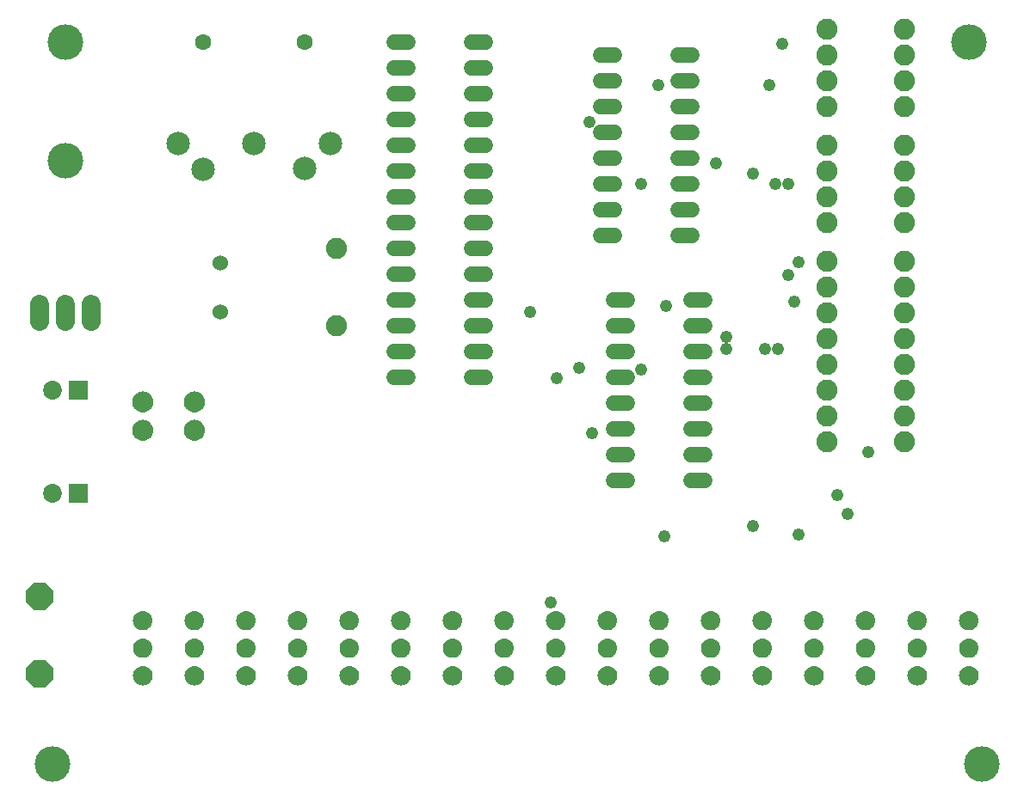
<source format=gbs>
G75*
G70*
%OFA0B0*%
%FSLAX24Y24*%
%IPPOS*%
%LPD*%
%AMOC8*
5,1,8,0,0,1.08239X$1,22.5*
%
%ADD10C,0.0907*%
%ADD11C,0.0631*%
%ADD12C,0.0600*%
%ADD13C,0.1380*%
%ADD14C,0.0820*%
%ADD15OC8,0.1080*%
%ADD16C,0.0050*%
%ADD17C,0.0740*%
%ADD18R,0.0730X0.0730*%
%ADD19C,0.0730*%
%ADD20C,0.0600*%
%ADD21C,0.0480*%
D10*
X008546Y024687D03*
X007573Y025683D03*
X010518Y025680D03*
X012483Y024691D03*
X013483Y025683D03*
D11*
X012479Y029613D03*
X008546Y029613D03*
D12*
X015939Y029601D02*
X016459Y029601D01*
X016459Y028601D02*
X015939Y028601D01*
X015939Y027601D02*
X016459Y027601D01*
X016459Y026601D02*
X015939Y026601D01*
X015939Y025601D02*
X016459Y025601D01*
X016459Y024601D02*
X015939Y024601D01*
X015939Y023601D02*
X016459Y023601D01*
X016459Y022601D02*
X015939Y022601D01*
X015939Y021601D02*
X016459Y021601D01*
X016459Y020601D02*
X015939Y020601D01*
X015939Y019601D02*
X016459Y019601D01*
X016459Y018601D02*
X015939Y018601D01*
X015939Y017601D02*
X016459Y017601D01*
X016459Y016601D02*
X015939Y016601D01*
X018939Y016601D02*
X019459Y016601D01*
X019459Y017601D02*
X018939Y017601D01*
X018939Y018601D02*
X019459Y018601D01*
X019459Y019601D02*
X018939Y019601D01*
X018939Y020601D02*
X019459Y020601D01*
X019459Y021601D02*
X018939Y021601D01*
X018939Y022601D02*
X019459Y022601D01*
X019459Y023601D02*
X018939Y023601D01*
X018939Y024601D02*
X019459Y024601D01*
X019459Y025601D02*
X018939Y025601D01*
X018939Y026601D02*
X019459Y026601D01*
X019459Y027601D02*
X018939Y027601D01*
X018939Y028601D02*
X019459Y028601D01*
X019459Y029601D02*
X018939Y029601D01*
X023939Y029101D02*
X024459Y029101D01*
X024459Y028101D02*
X023939Y028101D01*
X023939Y027101D02*
X024459Y027101D01*
X024459Y026101D02*
X023939Y026101D01*
X023939Y025101D02*
X024459Y025101D01*
X024459Y024101D02*
X023939Y024101D01*
X023939Y023101D02*
X024459Y023101D01*
X024459Y022101D02*
X023939Y022101D01*
X026939Y022101D02*
X027459Y022101D01*
X027459Y023101D02*
X026939Y023101D01*
X026939Y024101D02*
X027459Y024101D01*
X027459Y025101D02*
X026939Y025101D01*
X026939Y026101D02*
X027459Y026101D01*
X027459Y027101D02*
X026939Y027101D01*
X026939Y028101D02*
X027459Y028101D01*
X027459Y029101D02*
X026939Y029101D01*
X027439Y019601D02*
X027959Y019601D01*
X027959Y018601D02*
X027439Y018601D01*
X027439Y017601D02*
X027959Y017601D01*
X027959Y016601D02*
X027439Y016601D01*
X027439Y015601D02*
X027959Y015601D01*
X027959Y014601D02*
X027439Y014601D01*
X027439Y013601D02*
X027959Y013601D01*
X027959Y012601D02*
X027439Y012601D01*
X024959Y012601D02*
X024439Y012601D01*
X024439Y013601D02*
X024959Y013601D01*
X024959Y014601D02*
X024439Y014601D01*
X024439Y015601D02*
X024959Y015601D01*
X024959Y016601D02*
X024439Y016601D01*
X024439Y017601D02*
X024959Y017601D01*
X024959Y018601D02*
X024439Y018601D01*
X024439Y019601D02*
X024959Y019601D01*
D13*
X002699Y001601D03*
X003199Y025001D03*
X003199Y029601D03*
X038199Y029601D03*
X038699Y001601D03*
D14*
X035699Y014101D03*
X035699Y015101D03*
X035699Y016101D03*
X035699Y017101D03*
X035699Y018101D03*
X035699Y019101D03*
X035699Y020101D03*
X035699Y021101D03*
X035699Y022601D03*
X035699Y023601D03*
X035699Y024601D03*
X035699Y025601D03*
X035699Y027101D03*
X035699Y028101D03*
X035699Y029101D03*
X035699Y030101D03*
X032699Y030101D03*
X032699Y029101D03*
X032699Y028101D03*
X032699Y027101D03*
X032699Y025601D03*
X032699Y024601D03*
X032699Y023601D03*
X032699Y022601D03*
X032699Y021101D03*
X032699Y020101D03*
X032699Y019101D03*
X032699Y018101D03*
X032699Y017101D03*
X032699Y016101D03*
X032699Y015101D03*
X032699Y014101D03*
X013699Y018601D03*
X013699Y021601D03*
D15*
X002199Y008101D03*
X002199Y005101D03*
D16*
X005853Y005021D02*
X005861Y004955D01*
X006539Y004955D01*
X006539Y004954D02*
X006518Y004890D01*
X006485Y004832D01*
X006441Y004780D01*
X006389Y004739D01*
X006329Y004708D01*
X006264Y004690D01*
X006197Y004685D01*
X006131Y004691D01*
X006067Y004709D01*
X006008Y004740D01*
X005956Y004782D01*
X005913Y004833D01*
X005881Y004891D01*
X005861Y004955D01*
X005855Y005004D02*
X006544Y005004D01*
X006546Y005021D02*
X006539Y004954D01*
X006523Y004907D02*
X005876Y004907D01*
X005899Y004858D02*
X006500Y004858D01*
X006466Y004809D02*
X005932Y004809D01*
X005981Y004761D02*
X006417Y004761D01*
X006337Y004712D02*
X006061Y004712D01*
X005853Y005021D02*
X005860Y005090D01*
X005879Y005157D01*
X005911Y005218D01*
X005955Y005272D01*
X006008Y005317D01*
X006069Y005350D01*
X006135Y005370D01*
X006204Y005378D01*
X006272Y005370D01*
X006338Y005348D01*
X006397Y005315D01*
X006449Y005270D01*
X006492Y005216D01*
X006523Y005155D01*
X006541Y005089D01*
X006546Y005021D01*
X006544Y005052D02*
X005856Y005052D01*
X005863Y005101D02*
X006538Y005101D01*
X006524Y005149D02*
X005877Y005149D01*
X005901Y005198D02*
X006501Y005198D01*
X006468Y005246D02*
X005934Y005246D01*
X005982Y005295D02*
X006420Y005295D01*
X006346Y005343D02*
X006058Y005343D01*
X006129Y005763D02*
X006066Y005782D01*
X006007Y005812D01*
X005955Y005854D01*
X005913Y005905D01*
X005881Y005963D01*
X005861Y006027D01*
X005854Y006093D01*
X005861Y006162D01*
X005881Y006228D01*
X005913Y006289D01*
X005957Y006343D01*
X006010Y006387D01*
X006071Y006419D01*
X006137Y006440D01*
X006205Y006447D01*
X006272Y006439D01*
X006336Y006419D01*
X006395Y006386D01*
X006447Y006342D01*
X006489Y006290D01*
X006519Y006230D01*
X006538Y006165D01*
X006543Y006098D01*
X006536Y006031D01*
X006516Y005966D01*
X006483Y005907D01*
X006440Y005855D01*
X006387Y005813D01*
X006327Y005782D01*
X006263Y005763D01*
X006195Y005757D01*
X006129Y005763D01*
X006070Y005780D02*
X006323Y005780D01*
X006407Y005829D02*
X005987Y005829D01*
X005936Y005877D02*
X006459Y005877D01*
X006494Y005926D02*
X005901Y005926D01*
X005878Y005975D02*
X006519Y005975D01*
X006534Y006023D02*
X005863Y006023D01*
X005857Y006072D02*
X006541Y006072D01*
X006542Y006120D02*
X005857Y006120D01*
X005863Y006169D02*
X006537Y006169D01*
X006523Y006217D02*
X005877Y006217D01*
X005901Y006266D02*
X006501Y006266D01*
X006469Y006314D02*
X005934Y006314D01*
X005981Y006363D02*
X006422Y006363D01*
X006349Y006411D02*
X006056Y006411D01*
X006126Y006832D02*
X006063Y006851D01*
X006004Y006882D01*
X005953Y006924D01*
X005911Y006975D01*
X005879Y007034D01*
X005860Y007097D01*
X005853Y007163D01*
X005859Y007231D01*
X005879Y007296D01*
X005910Y007357D01*
X005953Y007410D01*
X006005Y007454D01*
X006065Y007487D01*
X006130Y007507D01*
X006198Y007515D01*
X006266Y007507D01*
X006331Y007487D01*
X006391Y007454D01*
X006444Y007410D01*
X006487Y007357D01*
X006518Y007296D01*
X006537Y007231D01*
X006543Y007163D01*
X006535Y007096D01*
X006515Y007032D01*
X006482Y006973D01*
X006438Y006922D01*
X006385Y006880D01*
X006325Y006849D01*
X006260Y006831D01*
X006192Y006826D01*
X006126Y006832D01*
X006072Y006848D02*
X006321Y006848D01*
X006406Y006897D02*
X005986Y006897D01*
X005935Y006945D02*
X006458Y006945D01*
X006493Y006994D02*
X005901Y006994D01*
X005877Y007042D02*
X006518Y007042D01*
X006534Y007091D02*
X005862Y007091D01*
X005856Y007140D02*
X006541Y007140D01*
X006541Y007188D02*
X005856Y007188D01*
X005861Y007237D02*
X006536Y007237D01*
X006521Y007285D02*
X005875Y007285D01*
X005898Y007334D02*
X006499Y007334D01*
X006466Y007382D02*
X005931Y007382D01*
X005978Y007431D02*
X006419Y007431D01*
X006345Y007479D02*
X006052Y007479D01*
X007859Y007231D02*
X007853Y007163D01*
X007860Y007097D01*
X007879Y007034D01*
X007911Y006975D01*
X007953Y006924D01*
X008004Y006882D01*
X008063Y006851D01*
X008126Y006832D01*
X008192Y006826D01*
X008260Y006831D01*
X008325Y006849D01*
X008385Y006880D01*
X008438Y006922D01*
X008482Y006973D01*
X008515Y007032D01*
X008535Y007096D01*
X008543Y007163D01*
X008537Y007231D01*
X008518Y007296D01*
X008487Y007357D01*
X008444Y007410D01*
X008391Y007454D01*
X008331Y007487D01*
X008266Y007507D01*
X008198Y007515D01*
X008130Y007507D01*
X008065Y007487D01*
X008005Y007454D01*
X007953Y007410D01*
X007910Y007357D01*
X007879Y007296D01*
X007859Y007231D01*
X007861Y007237D02*
X008536Y007237D01*
X008541Y007188D02*
X007856Y007188D01*
X007856Y007140D02*
X008541Y007140D01*
X008534Y007091D02*
X007862Y007091D01*
X007877Y007042D02*
X008518Y007042D01*
X008493Y006994D02*
X007901Y006994D01*
X007935Y006945D02*
X008458Y006945D01*
X008406Y006897D02*
X007986Y006897D01*
X008072Y006848D02*
X008321Y006848D01*
X008272Y006439D02*
X008336Y006419D01*
X008395Y006386D01*
X008447Y006342D01*
X008489Y006290D01*
X008519Y006230D01*
X008538Y006165D01*
X008543Y006098D01*
X008536Y006031D01*
X008516Y005966D01*
X008483Y005907D01*
X008440Y005855D01*
X008387Y005813D01*
X008327Y005782D01*
X008263Y005763D01*
X008195Y005757D01*
X008129Y005763D01*
X008066Y005782D01*
X008007Y005812D01*
X007955Y005854D01*
X007913Y005905D01*
X007881Y005963D01*
X007861Y006027D01*
X007854Y006093D01*
X007861Y006162D01*
X007881Y006228D01*
X007913Y006289D01*
X007957Y006343D01*
X008010Y006387D01*
X008071Y006419D01*
X008137Y006440D01*
X008205Y006447D01*
X008272Y006439D01*
X008349Y006411D02*
X008056Y006411D01*
X007981Y006363D02*
X008422Y006363D01*
X008469Y006314D02*
X007934Y006314D01*
X007901Y006266D02*
X008501Y006266D01*
X008523Y006217D02*
X007877Y006217D01*
X007863Y006169D02*
X008537Y006169D01*
X008542Y006120D02*
X007857Y006120D01*
X007857Y006072D02*
X008541Y006072D01*
X008534Y006023D02*
X007863Y006023D01*
X007878Y005975D02*
X008519Y005975D01*
X008494Y005926D02*
X007901Y005926D01*
X007936Y005877D02*
X008459Y005877D01*
X008407Y005829D02*
X007987Y005829D01*
X008070Y005780D02*
X008323Y005780D01*
X008272Y005370D02*
X008338Y005348D01*
X008397Y005315D01*
X008449Y005270D01*
X008492Y005216D01*
X008523Y005155D01*
X008541Y005089D01*
X008546Y005021D01*
X008539Y004954D01*
X008518Y004890D01*
X008485Y004832D01*
X008441Y004780D01*
X008389Y004739D01*
X008329Y004708D01*
X008264Y004690D01*
X008197Y004685D01*
X008131Y004691D01*
X008067Y004709D01*
X008008Y004740D01*
X007956Y004782D01*
X007913Y004833D01*
X007881Y004891D01*
X007861Y004955D01*
X008539Y004955D01*
X008544Y005004D02*
X007855Y005004D01*
X007853Y005021D02*
X007860Y005090D01*
X007879Y005157D01*
X007911Y005218D01*
X007955Y005272D01*
X008008Y005317D01*
X008069Y005350D01*
X008135Y005370D01*
X008204Y005378D01*
X008272Y005370D01*
X008346Y005343D02*
X008058Y005343D01*
X007982Y005295D02*
X008420Y005295D01*
X008468Y005246D02*
X007934Y005246D01*
X007901Y005198D02*
X008501Y005198D01*
X008524Y005149D02*
X007877Y005149D01*
X007863Y005101D02*
X008538Y005101D01*
X008544Y005052D02*
X007856Y005052D01*
X007853Y005021D02*
X007861Y004955D01*
X007876Y004907D02*
X008523Y004907D01*
X008500Y004858D02*
X007899Y004858D01*
X007932Y004809D02*
X008466Y004809D01*
X008417Y004761D02*
X007981Y004761D01*
X008061Y004712D02*
X008337Y004712D01*
X009861Y004955D02*
X009853Y005021D01*
X009860Y005090D01*
X009879Y005157D01*
X009911Y005218D01*
X009955Y005272D01*
X010008Y005317D01*
X010069Y005350D01*
X010135Y005370D01*
X010204Y005378D01*
X010272Y005370D01*
X010338Y005348D01*
X010397Y005315D01*
X010449Y005270D01*
X010492Y005216D01*
X010523Y005155D01*
X010541Y005089D01*
X010546Y005021D01*
X010539Y004954D01*
X010518Y004890D01*
X010485Y004832D01*
X010441Y004780D01*
X010389Y004739D01*
X010329Y004708D01*
X010264Y004690D01*
X010197Y004685D01*
X010131Y004691D01*
X010067Y004709D01*
X010008Y004740D01*
X009956Y004782D01*
X009913Y004833D01*
X009881Y004891D01*
X009861Y004955D01*
X010539Y004955D01*
X010544Y005004D02*
X009855Y005004D01*
X009856Y005052D02*
X010544Y005052D01*
X010538Y005101D02*
X009863Y005101D01*
X009877Y005149D02*
X010524Y005149D01*
X010501Y005198D02*
X009901Y005198D01*
X009934Y005246D02*
X010468Y005246D01*
X010420Y005295D02*
X009982Y005295D01*
X010058Y005343D02*
X010346Y005343D01*
X010263Y005763D02*
X010195Y005757D01*
X010129Y005763D01*
X010066Y005782D01*
X010007Y005812D01*
X009955Y005854D01*
X009913Y005905D01*
X009881Y005963D01*
X009861Y006027D01*
X009854Y006093D01*
X009861Y006162D01*
X009881Y006228D01*
X009913Y006289D01*
X009957Y006343D01*
X010010Y006387D01*
X010071Y006419D01*
X010137Y006440D01*
X010205Y006447D01*
X010272Y006439D01*
X010336Y006419D01*
X010395Y006386D01*
X010447Y006342D01*
X010489Y006290D01*
X010519Y006230D01*
X010538Y006165D01*
X010543Y006098D01*
X010536Y006031D01*
X010516Y005966D01*
X010483Y005907D01*
X010440Y005855D01*
X010387Y005813D01*
X010327Y005782D01*
X010263Y005763D01*
X010323Y005780D02*
X010070Y005780D01*
X009987Y005829D02*
X010407Y005829D01*
X010459Y005877D02*
X009936Y005877D01*
X009901Y005926D02*
X010494Y005926D01*
X010519Y005975D02*
X009878Y005975D01*
X009863Y006023D02*
X010534Y006023D01*
X010541Y006072D02*
X009857Y006072D01*
X009857Y006120D02*
X010542Y006120D01*
X010537Y006169D02*
X009863Y006169D01*
X009877Y006217D02*
X010523Y006217D01*
X010501Y006266D02*
X009901Y006266D01*
X009934Y006314D02*
X010469Y006314D01*
X010422Y006363D02*
X009981Y006363D01*
X010056Y006411D02*
X010349Y006411D01*
X010260Y006831D02*
X010192Y006826D01*
X010126Y006832D01*
X010063Y006851D01*
X010004Y006882D01*
X009953Y006924D01*
X009911Y006975D01*
X009879Y007034D01*
X009860Y007097D01*
X009853Y007163D01*
X009859Y007231D01*
X009879Y007296D01*
X009910Y007357D01*
X009953Y007410D01*
X010005Y007454D01*
X010065Y007487D01*
X010130Y007507D01*
X010198Y007515D01*
X010266Y007507D01*
X010331Y007487D01*
X010391Y007454D01*
X010444Y007410D01*
X010487Y007357D01*
X010518Y007296D01*
X010537Y007231D01*
X010543Y007163D01*
X010535Y007096D01*
X010515Y007032D01*
X010482Y006973D01*
X010438Y006922D01*
X010385Y006880D01*
X010325Y006849D01*
X010260Y006831D01*
X010321Y006848D02*
X010072Y006848D01*
X009986Y006897D02*
X010406Y006897D01*
X010458Y006945D02*
X009935Y006945D01*
X009901Y006994D02*
X010493Y006994D01*
X010518Y007042D02*
X009877Y007042D01*
X009862Y007091D02*
X010534Y007091D01*
X010541Y007140D02*
X009856Y007140D01*
X009856Y007188D02*
X010541Y007188D01*
X010536Y007237D02*
X009861Y007237D01*
X009875Y007285D02*
X010521Y007285D01*
X010499Y007334D02*
X009898Y007334D01*
X009931Y007382D02*
X010466Y007382D01*
X010419Y007431D02*
X009978Y007431D01*
X010052Y007479D02*
X010345Y007479D01*
X011859Y007231D02*
X011853Y007163D01*
X011860Y007097D01*
X011879Y007034D01*
X011911Y006975D01*
X011953Y006924D01*
X012004Y006882D01*
X012063Y006851D01*
X012126Y006832D01*
X012192Y006826D01*
X012260Y006831D01*
X012325Y006849D01*
X012385Y006880D01*
X012438Y006922D01*
X012482Y006973D01*
X012515Y007032D01*
X012535Y007096D01*
X012543Y007163D01*
X012537Y007231D01*
X012518Y007296D01*
X012487Y007357D01*
X012444Y007410D01*
X012391Y007454D01*
X012331Y007487D01*
X012266Y007507D01*
X012198Y007515D01*
X012130Y007507D01*
X012065Y007487D01*
X012005Y007454D01*
X011953Y007410D01*
X011910Y007357D01*
X011879Y007296D01*
X011859Y007231D01*
X011861Y007237D02*
X012536Y007237D01*
X012541Y007188D02*
X011856Y007188D01*
X011856Y007140D02*
X012541Y007140D01*
X012534Y007091D02*
X011862Y007091D01*
X011877Y007042D02*
X012518Y007042D01*
X012493Y006994D02*
X011901Y006994D01*
X011935Y006945D02*
X012458Y006945D01*
X012406Y006897D02*
X011986Y006897D01*
X012072Y006848D02*
X012321Y006848D01*
X012272Y006439D02*
X012336Y006419D01*
X012395Y006386D01*
X012447Y006342D01*
X012489Y006290D01*
X012519Y006230D01*
X012538Y006165D01*
X012543Y006098D01*
X012536Y006031D01*
X012516Y005966D01*
X012483Y005907D01*
X012440Y005855D01*
X012387Y005813D01*
X012327Y005782D01*
X012263Y005763D01*
X012195Y005757D01*
X012129Y005763D01*
X012066Y005782D01*
X012007Y005812D01*
X011955Y005854D01*
X011913Y005905D01*
X011881Y005963D01*
X011861Y006027D01*
X011854Y006093D01*
X011861Y006162D01*
X011881Y006228D01*
X011913Y006289D01*
X011957Y006343D01*
X012010Y006387D01*
X012071Y006419D01*
X012137Y006440D01*
X012205Y006447D01*
X012272Y006439D01*
X012349Y006411D02*
X012056Y006411D01*
X011981Y006363D02*
X012422Y006363D01*
X012469Y006314D02*
X011934Y006314D01*
X011901Y006266D02*
X012501Y006266D01*
X012523Y006217D02*
X011877Y006217D01*
X011863Y006169D02*
X012537Y006169D01*
X012542Y006120D02*
X011857Y006120D01*
X011857Y006072D02*
X012541Y006072D01*
X012534Y006023D02*
X011863Y006023D01*
X011878Y005975D02*
X012519Y005975D01*
X012494Y005926D02*
X011901Y005926D01*
X011936Y005877D02*
X012459Y005877D01*
X012407Y005829D02*
X011987Y005829D01*
X012070Y005780D02*
X012323Y005780D01*
X012272Y005370D02*
X012338Y005348D01*
X012397Y005315D01*
X012449Y005270D01*
X012492Y005216D01*
X012523Y005155D01*
X012541Y005089D01*
X012546Y005021D01*
X012539Y004954D01*
X012518Y004890D01*
X012485Y004832D01*
X012441Y004780D01*
X012389Y004739D01*
X012329Y004708D01*
X012264Y004690D01*
X012197Y004685D01*
X012131Y004691D01*
X012067Y004709D01*
X012008Y004740D01*
X011956Y004782D01*
X011913Y004833D01*
X011881Y004891D01*
X011861Y004955D01*
X012539Y004955D01*
X012544Y005004D02*
X011855Y005004D01*
X011853Y005021D02*
X011860Y005090D01*
X011879Y005157D01*
X011911Y005218D01*
X011955Y005272D01*
X012008Y005317D01*
X012069Y005350D01*
X012135Y005370D01*
X012204Y005378D01*
X012272Y005370D01*
X012346Y005343D02*
X012058Y005343D01*
X011982Y005295D02*
X012420Y005295D01*
X012468Y005246D02*
X011934Y005246D01*
X011901Y005198D02*
X012501Y005198D01*
X012524Y005149D02*
X011877Y005149D01*
X011863Y005101D02*
X012538Y005101D01*
X012544Y005052D02*
X011856Y005052D01*
X011853Y005021D02*
X011861Y004955D01*
X011876Y004907D02*
X012523Y004907D01*
X012500Y004858D02*
X011899Y004858D01*
X011932Y004809D02*
X012466Y004809D01*
X012417Y004761D02*
X011981Y004761D01*
X012061Y004712D02*
X012337Y004712D01*
X013861Y004955D02*
X013853Y005021D01*
X013860Y005090D01*
X013879Y005157D01*
X013911Y005218D01*
X013955Y005272D01*
X014008Y005317D01*
X014069Y005350D01*
X014135Y005370D01*
X014204Y005378D01*
X014272Y005370D01*
X014338Y005348D01*
X014397Y005315D01*
X014449Y005270D01*
X014492Y005216D01*
X014523Y005155D01*
X014541Y005089D01*
X014546Y005021D01*
X014539Y004954D01*
X014518Y004890D01*
X014485Y004832D01*
X014441Y004780D01*
X014389Y004739D01*
X014329Y004708D01*
X014264Y004690D01*
X014197Y004685D01*
X014131Y004691D01*
X014067Y004709D01*
X014008Y004740D01*
X013956Y004782D01*
X013913Y004833D01*
X013881Y004891D01*
X013861Y004955D01*
X014539Y004955D01*
X014544Y005004D02*
X013855Y005004D01*
X013856Y005052D02*
X014544Y005052D01*
X014538Y005101D02*
X013863Y005101D01*
X013877Y005149D02*
X014524Y005149D01*
X014501Y005198D02*
X013901Y005198D01*
X013934Y005246D02*
X014468Y005246D01*
X014420Y005295D02*
X013982Y005295D01*
X014058Y005343D02*
X014346Y005343D01*
X014263Y005763D02*
X014195Y005757D01*
X014129Y005763D01*
X014066Y005782D01*
X014007Y005812D01*
X013955Y005854D01*
X013913Y005905D01*
X013881Y005963D01*
X013861Y006027D01*
X013854Y006093D01*
X013861Y006162D01*
X013881Y006228D01*
X013913Y006289D01*
X013957Y006343D01*
X014010Y006387D01*
X014071Y006419D01*
X014137Y006440D01*
X014205Y006447D01*
X014272Y006439D01*
X014336Y006419D01*
X014395Y006386D01*
X014447Y006342D01*
X014489Y006290D01*
X014519Y006230D01*
X014538Y006165D01*
X014543Y006098D01*
X014536Y006031D01*
X014516Y005966D01*
X014483Y005907D01*
X014440Y005855D01*
X014387Y005813D01*
X014327Y005782D01*
X014263Y005763D01*
X014323Y005780D02*
X014070Y005780D01*
X013987Y005829D02*
X014407Y005829D01*
X014459Y005877D02*
X013936Y005877D01*
X013901Y005926D02*
X014494Y005926D01*
X014519Y005975D02*
X013878Y005975D01*
X013863Y006023D02*
X014534Y006023D01*
X014541Y006072D02*
X013857Y006072D01*
X013857Y006120D02*
X014542Y006120D01*
X014537Y006169D02*
X013863Y006169D01*
X013877Y006217D02*
X014523Y006217D01*
X014501Y006266D02*
X013901Y006266D01*
X013934Y006314D02*
X014469Y006314D01*
X014422Y006363D02*
X013981Y006363D01*
X014056Y006411D02*
X014349Y006411D01*
X014260Y006831D02*
X014192Y006826D01*
X014126Y006832D01*
X014063Y006851D01*
X014004Y006882D01*
X013953Y006924D01*
X013911Y006975D01*
X013879Y007034D01*
X013860Y007097D01*
X013853Y007163D01*
X013859Y007231D01*
X013879Y007296D01*
X013910Y007357D01*
X013953Y007410D01*
X014005Y007454D01*
X014065Y007487D01*
X014130Y007507D01*
X014198Y007515D01*
X014266Y007507D01*
X014331Y007487D01*
X014391Y007454D01*
X014444Y007410D01*
X014487Y007357D01*
X014518Y007296D01*
X014537Y007231D01*
X014543Y007163D01*
X014535Y007096D01*
X014515Y007032D01*
X014482Y006973D01*
X014438Y006922D01*
X014385Y006880D01*
X014325Y006849D01*
X014260Y006831D01*
X014321Y006848D02*
X014072Y006848D01*
X013986Y006897D02*
X014406Y006897D01*
X014458Y006945D02*
X013935Y006945D01*
X013901Y006994D02*
X014493Y006994D01*
X014518Y007042D02*
X013877Y007042D01*
X013862Y007091D02*
X014534Y007091D01*
X014541Y007140D02*
X013856Y007140D01*
X013856Y007188D02*
X014541Y007188D01*
X014536Y007237D02*
X013861Y007237D01*
X013875Y007285D02*
X014521Y007285D01*
X014499Y007334D02*
X013898Y007334D01*
X013931Y007382D02*
X014466Y007382D01*
X014419Y007431D02*
X013978Y007431D01*
X014052Y007479D02*
X014345Y007479D01*
X015859Y007231D02*
X015853Y007163D01*
X015860Y007097D01*
X015879Y007034D01*
X015911Y006975D01*
X015953Y006924D01*
X016004Y006882D01*
X016063Y006851D01*
X016126Y006832D01*
X016192Y006826D01*
X016260Y006831D01*
X016325Y006849D01*
X016385Y006880D01*
X016438Y006922D01*
X016482Y006973D01*
X016515Y007032D01*
X016535Y007096D01*
X016543Y007163D01*
X016537Y007231D01*
X016518Y007296D01*
X016487Y007357D01*
X016444Y007410D01*
X016391Y007454D01*
X016331Y007487D01*
X016266Y007507D01*
X016198Y007515D01*
X016130Y007507D01*
X016065Y007487D01*
X016005Y007454D01*
X015953Y007410D01*
X015910Y007357D01*
X015879Y007296D01*
X015859Y007231D01*
X015861Y007237D02*
X016536Y007237D01*
X016541Y007188D02*
X015856Y007188D01*
X015856Y007140D02*
X016541Y007140D01*
X016534Y007091D02*
X015862Y007091D01*
X015877Y007042D02*
X016518Y007042D01*
X016493Y006994D02*
X015901Y006994D01*
X015935Y006945D02*
X016458Y006945D01*
X016406Y006897D02*
X015986Y006897D01*
X016072Y006848D02*
X016321Y006848D01*
X016272Y006439D02*
X016336Y006419D01*
X016395Y006386D01*
X016447Y006342D01*
X016489Y006290D01*
X016519Y006230D01*
X016538Y006165D01*
X016543Y006098D01*
X016536Y006031D01*
X016516Y005966D01*
X016483Y005907D01*
X016440Y005855D01*
X016387Y005813D01*
X016327Y005782D01*
X016263Y005763D01*
X016195Y005757D01*
X016129Y005763D01*
X016066Y005782D01*
X016007Y005812D01*
X015955Y005854D01*
X015913Y005905D01*
X015881Y005963D01*
X015861Y006027D01*
X015854Y006093D01*
X015861Y006162D01*
X015881Y006228D01*
X015913Y006289D01*
X015957Y006343D01*
X016010Y006387D01*
X016071Y006419D01*
X016137Y006440D01*
X016205Y006447D01*
X016272Y006439D01*
X016349Y006411D02*
X016056Y006411D01*
X015981Y006363D02*
X016422Y006363D01*
X016469Y006314D02*
X015934Y006314D01*
X015901Y006266D02*
X016501Y006266D01*
X016523Y006217D02*
X015877Y006217D01*
X015863Y006169D02*
X016537Y006169D01*
X016542Y006120D02*
X015857Y006120D01*
X015857Y006072D02*
X016541Y006072D01*
X016534Y006023D02*
X015863Y006023D01*
X015878Y005975D02*
X016519Y005975D01*
X016494Y005926D02*
X015901Y005926D01*
X015936Y005877D02*
X016459Y005877D01*
X016407Y005829D02*
X015987Y005829D01*
X016070Y005780D02*
X016323Y005780D01*
X016272Y005370D02*
X016338Y005348D01*
X016397Y005315D01*
X016449Y005270D01*
X016492Y005216D01*
X016523Y005155D01*
X016541Y005089D01*
X016546Y005021D01*
X016539Y004954D01*
X016518Y004890D01*
X016485Y004832D01*
X016441Y004780D01*
X016389Y004739D01*
X016329Y004708D01*
X016264Y004690D01*
X016197Y004685D01*
X016131Y004691D01*
X016067Y004709D01*
X016008Y004740D01*
X015956Y004782D01*
X015913Y004833D01*
X015881Y004891D01*
X015861Y004955D01*
X016539Y004955D01*
X016544Y005004D02*
X015855Y005004D01*
X015853Y005021D02*
X015860Y005090D01*
X015879Y005157D01*
X015911Y005218D01*
X015955Y005272D01*
X016008Y005317D01*
X016069Y005350D01*
X016135Y005370D01*
X016204Y005378D01*
X016272Y005370D01*
X016346Y005343D02*
X016058Y005343D01*
X015982Y005295D02*
X016420Y005295D01*
X016468Y005246D02*
X015934Y005246D01*
X015901Y005198D02*
X016501Y005198D01*
X016524Y005149D02*
X015877Y005149D01*
X015863Y005101D02*
X016538Y005101D01*
X016544Y005052D02*
X015856Y005052D01*
X015853Y005021D02*
X015861Y004955D01*
X015876Y004907D02*
X016523Y004907D01*
X016500Y004858D02*
X015899Y004858D01*
X015932Y004809D02*
X016466Y004809D01*
X016417Y004761D02*
X015981Y004761D01*
X016061Y004712D02*
X016337Y004712D01*
X017861Y004955D02*
X017853Y005021D01*
X017860Y005090D01*
X017879Y005157D01*
X017911Y005218D01*
X017955Y005272D01*
X018008Y005317D01*
X018069Y005350D01*
X018135Y005370D01*
X018204Y005378D01*
X018272Y005370D01*
X018338Y005348D01*
X018397Y005315D01*
X018449Y005270D01*
X018492Y005216D01*
X018523Y005155D01*
X018541Y005089D01*
X018546Y005021D01*
X018539Y004954D01*
X018518Y004890D01*
X018485Y004832D01*
X018441Y004780D01*
X018389Y004739D01*
X018329Y004708D01*
X018264Y004690D01*
X018197Y004685D01*
X018131Y004691D01*
X018067Y004709D01*
X018008Y004740D01*
X017956Y004782D01*
X017913Y004833D01*
X017881Y004891D01*
X017861Y004955D01*
X018539Y004955D01*
X018544Y005004D02*
X017855Y005004D01*
X017856Y005052D02*
X018544Y005052D01*
X018538Y005101D02*
X017863Y005101D01*
X017877Y005149D02*
X018524Y005149D01*
X018501Y005198D02*
X017901Y005198D01*
X017934Y005246D02*
X018468Y005246D01*
X018420Y005295D02*
X017982Y005295D01*
X018058Y005343D02*
X018346Y005343D01*
X018263Y005763D02*
X018195Y005757D01*
X018129Y005763D01*
X018066Y005782D01*
X018007Y005812D01*
X017955Y005854D01*
X017913Y005905D01*
X017881Y005963D01*
X017861Y006027D01*
X017854Y006093D01*
X017861Y006162D01*
X017881Y006228D01*
X017913Y006289D01*
X017957Y006343D01*
X018010Y006387D01*
X018071Y006419D01*
X018137Y006440D01*
X018205Y006447D01*
X018272Y006439D01*
X018336Y006419D01*
X018395Y006386D01*
X018447Y006342D01*
X018489Y006290D01*
X018519Y006230D01*
X018538Y006165D01*
X018543Y006098D01*
X018536Y006031D01*
X018516Y005966D01*
X018483Y005907D01*
X018440Y005855D01*
X018387Y005813D01*
X018327Y005782D01*
X018263Y005763D01*
X018323Y005780D02*
X018070Y005780D01*
X017987Y005829D02*
X018407Y005829D01*
X018459Y005877D02*
X017936Y005877D01*
X017901Y005926D02*
X018494Y005926D01*
X018519Y005975D02*
X017878Y005975D01*
X017863Y006023D02*
X018534Y006023D01*
X018541Y006072D02*
X017857Y006072D01*
X017857Y006120D02*
X018542Y006120D01*
X018537Y006169D02*
X017863Y006169D01*
X017877Y006217D02*
X018523Y006217D01*
X018501Y006266D02*
X017901Y006266D01*
X017934Y006314D02*
X018469Y006314D01*
X018422Y006363D02*
X017981Y006363D01*
X018056Y006411D02*
X018349Y006411D01*
X018260Y006831D02*
X018192Y006826D01*
X018126Y006832D01*
X018063Y006851D01*
X018004Y006882D01*
X017953Y006924D01*
X017911Y006975D01*
X017879Y007034D01*
X017860Y007097D01*
X017853Y007163D01*
X017859Y007231D01*
X017879Y007296D01*
X017910Y007357D01*
X017953Y007410D01*
X018005Y007454D01*
X018065Y007487D01*
X018130Y007507D01*
X018198Y007515D01*
X018266Y007507D01*
X018331Y007487D01*
X018391Y007454D01*
X018444Y007410D01*
X018487Y007357D01*
X018518Y007296D01*
X018537Y007231D01*
X018543Y007163D01*
X018535Y007096D01*
X018515Y007032D01*
X018482Y006973D01*
X018438Y006922D01*
X018385Y006880D01*
X018325Y006849D01*
X018260Y006831D01*
X018321Y006848D02*
X018072Y006848D01*
X017986Y006897D02*
X018406Y006897D01*
X018458Y006945D02*
X017935Y006945D01*
X017901Y006994D02*
X018493Y006994D01*
X018518Y007042D02*
X017877Y007042D01*
X017862Y007091D02*
X018534Y007091D01*
X018541Y007140D02*
X017856Y007140D01*
X017856Y007188D02*
X018541Y007188D01*
X018536Y007237D02*
X017861Y007237D01*
X017875Y007285D02*
X018521Y007285D01*
X018499Y007334D02*
X017898Y007334D01*
X017931Y007382D02*
X018466Y007382D01*
X018419Y007431D02*
X017978Y007431D01*
X018052Y007479D02*
X018345Y007479D01*
X019859Y007231D02*
X019853Y007163D01*
X019860Y007097D01*
X019879Y007034D01*
X019911Y006975D01*
X019953Y006924D01*
X020004Y006882D01*
X020063Y006851D01*
X020126Y006832D01*
X020192Y006826D01*
X020260Y006831D01*
X020325Y006849D01*
X020385Y006880D01*
X020438Y006922D01*
X020482Y006973D01*
X020515Y007032D01*
X020535Y007096D01*
X020543Y007163D01*
X020537Y007231D01*
X020518Y007296D01*
X020487Y007357D01*
X020444Y007410D01*
X020391Y007454D01*
X020331Y007487D01*
X020266Y007507D01*
X020198Y007515D01*
X020130Y007507D01*
X020065Y007487D01*
X020005Y007454D01*
X019953Y007410D01*
X019910Y007357D01*
X019879Y007296D01*
X019859Y007231D01*
X019861Y007237D02*
X020536Y007237D01*
X020541Y007188D02*
X019856Y007188D01*
X019856Y007140D02*
X020541Y007140D01*
X020534Y007091D02*
X019862Y007091D01*
X019877Y007042D02*
X020518Y007042D01*
X020493Y006994D02*
X019901Y006994D01*
X019935Y006945D02*
X020458Y006945D01*
X020406Y006897D02*
X019986Y006897D01*
X020072Y006848D02*
X020321Y006848D01*
X020272Y006439D02*
X020336Y006419D01*
X020395Y006386D01*
X020447Y006342D01*
X020489Y006290D01*
X020519Y006230D01*
X020538Y006165D01*
X020543Y006098D01*
X020536Y006031D01*
X020516Y005966D01*
X020483Y005907D01*
X020440Y005855D01*
X020387Y005813D01*
X020327Y005782D01*
X020263Y005763D01*
X020195Y005757D01*
X020129Y005763D01*
X020066Y005782D01*
X020007Y005812D01*
X019955Y005854D01*
X019913Y005905D01*
X019881Y005963D01*
X019861Y006027D01*
X019854Y006093D01*
X019861Y006162D01*
X019881Y006228D01*
X019913Y006289D01*
X019957Y006343D01*
X020010Y006387D01*
X020071Y006419D01*
X020137Y006440D01*
X020205Y006447D01*
X020272Y006439D01*
X020349Y006411D02*
X020056Y006411D01*
X019981Y006363D02*
X020422Y006363D01*
X020469Y006314D02*
X019934Y006314D01*
X019901Y006266D02*
X020501Y006266D01*
X020523Y006217D02*
X019877Y006217D01*
X019863Y006169D02*
X020537Y006169D01*
X020542Y006120D02*
X019857Y006120D01*
X019857Y006072D02*
X020541Y006072D01*
X020534Y006023D02*
X019863Y006023D01*
X019878Y005975D02*
X020519Y005975D01*
X020494Y005926D02*
X019901Y005926D01*
X019936Y005877D02*
X020459Y005877D01*
X020407Y005829D02*
X019987Y005829D01*
X020070Y005780D02*
X020323Y005780D01*
X020272Y005370D02*
X020338Y005348D01*
X020397Y005315D01*
X020449Y005270D01*
X020492Y005216D01*
X020523Y005155D01*
X020541Y005089D01*
X020546Y005021D01*
X020539Y004954D01*
X020518Y004890D01*
X020485Y004832D01*
X020441Y004780D01*
X020389Y004739D01*
X020329Y004708D01*
X020264Y004690D01*
X020197Y004685D01*
X020131Y004691D01*
X020067Y004709D01*
X020008Y004740D01*
X019956Y004782D01*
X019913Y004833D01*
X019881Y004891D01*
X019861Y004955D01*
X020539Y004955D01*
X020544Y005004D02*
X019855Y005004D01*
X019853Y005021D02*
X019860Y005090D01*
X019879Y005157D01*
X019911Y005218D01*
X019955Y005272D01*
X020008Y005317D01*
X020069Y005350D01*
X020135Y005370D01*
X020204Y005378D01*
X020272Y005370D01*
X020346Y005343D02*
X020058Y005343D01*
X019982Y005295D02*
X020420Y005295D01*
X020468Y005246D02*
X019934Y005246D01*
X019901Y005198D02*
X020501Y005198D01*
X020524Y005149D02*
X019877Y005149D01*
X019863Y005101D02*
X020538Y005101D01*
X020544Y005052D02*
X019856Y005052D01*
X019853Y005021D02*
X019861Y004955D01*
X019876Y004907D02*
X020523Y004907D01*
X020500Y004858D02*
X019899Y004858D01*
X019932Y004809D02*
X020466Y004809D01*
X020417Y004761D02*
X019981Y004761D01*
X020061Y004712D02*
X020337Y004712D01*
X021861Y004955D02*
X021853Y005021D01*
X021860Y005090D01*
X021879Y005157D01*
X021911Y005218D01*
X021955Y005272D01*
X022008Y005317D01*
X022069Y005350D01*
X022135Y005370D01*
X022204Y005378D01*
X022272Y005370D01*
X022338Y005348D01*
X022397Y005315D01*
X022449Y005270D01*
X022492Y005216D01*
X022523Y005155D01*
X022541Y005089D01*
X022546Y005021D01*
X022539Y004954D01*
X022518Y004890D01*
X022485Y004832D01*
X022441Y004780D01*
X022389Y004739D01*
X022329Y004708D01*
X022264Y004690D01*
X022197Y004685D01*
X022131Y004691D01*
X022067Y004709D01*
X022008Y004740D01*
X021956Y004782D01*
X021913Y004833D01*
X021881Y004891D01*
X021861Y004955D01*
X022539Y004955D01*
X022544Y005004D02*
X021855Y005004D01*
X021856Y005052D02*
X022544Y005052D01*
X022538Y005101D02*
X021863Y005101D01*
X021877Y005149D02*
X022524Y005149D01*
X022501Y005198D02*
X021901Y005198D01*
X021934Y005246D02*
X022468Y005246D01*
X022420Y005295D02*
X021982Y005295D01*
X022058Y005343D02*
X022346Y005343D01*
X022263Y005763D02*
X022195Y005757D01*
X022129Y005763D01*
X022066Y005782D01*
X022007Y005812D01*
X021955Y005854D01*
X021913Y005905D01*
X021881Y005963D01*
X021861Y006027D01*
X021854Y006093D01*
X021861Y006162D01*
X021881Y006228D01*
X021913Y006289D01*
X021957Y006343D01*
X022010Y006387D01*
X022071Y006419D01*
X022137Y006440D01*
X022205Y006447D01*
X022272Y006439D01*
X022336Y006419D01*
X022395Y006386D01*
X022447Y006342D01*
X022489Y006290D01*
X022519Y006230D01*
X022538Y006165D01*
X022543Y006098D01*
X022536Y006031D01*
X022516Y005966D01*
X022483Y005907D01*
X022440Y005855D01*
X022387Y005813D01*
X022327Y005782D01*
X022263Y005763D01*
X022323Y005780D02*
X022070Y005780D01*
X021987Y005829D02*
X022407Y005829D01*
X022459Y005877D02*
X021936Y005877D01*
X021901Y005926D02*
X022494Y005926D01*
X022519Y005975D02*
X021878Y005975D01*
X021863Y006023D02*
X022534Y006023D01*
X022541Y006072D02*
X021857Y006072D01*
X021857Y006120D02*
X022542Y006120D01*
X022537Y006169D02*
X021863Y006169D01*
X021877Y006217D02*
X022523Y006217D01*
X022501Y006266D02*
X021901Y006266D01*
X021934Y006314D02*
X022469Y006314D01*
X022422Y006363D02*
X021981Y006363D01*
X022056Y006411D02*
X022349Y006411D01*
X022260Y006831D02*
X022192Y006826D01*
X022126Y006832D01*
X022063Y006851D01*
X022004Y006882D01*
X021953Y006924D01*
X021911Y006975D01*
X021879Y007034D01*
X021860Y007097D01*
X021853Y007163D01*
X021859Y007231D01*
X021879Y007296D01*
X021910Y007357D01*
X021953Y007410D01*
X022005Y007454D01*
X022065Y007487D01*
X022130Y007507D01*
X022198Y007515D01*
X022266Y007507D01*
X022331Y007487D01*
X022391Y007454D01*
X022444Y007410D01*
X022487Y007357D01*
X022518Y007296D01*
X022537Y007231D01*
X022543Y007163D01*
X022535Y007096D01*
X022515Y007032D01*
X022482Y006973D01*
X022438Y006922D01*
X022385Y006880D01*
X022325Y006849D01*
X022260Y006831D01*
X022321Y006848D02*
X022072Y006848D01*
X021986Y006897D02*
X022406Y006897D01*
X022458Y006945D02*
X021935Y006945D01*
X021901Y006994D02*
X022493Y006994D01*
X022518Y007042D02*
X021877Y007042D01*
X021862Y007091D02*
X022534Y007091D01*
X022541Y007140D02*
X021856Y007140D01*
X021856Y007188D02*
X022541Y007188D01*
X022536Y007237D02*
X021861Y007237D01*
X021875Y007285D02*
X022521Y007285D01*
X022499Y007334D02*
X021898Y007334D01*
X021931Y007382D02*
X022466Y007382D01*
X022419Y007431D02*
X021978Y007431D01*
X022052Y007479D02*
X022345Y007479D01*
X023859Y007231D02*
X023853Y007163D01*
X023860Y007097D01*
X023879Y007034D01*
X023911Y006975D01*
X023953Y006924D01*
X024004Y006882D01*
X024063Y006851D01*
X024126Y006832D01*
X024192Y006826D01*
X024260Y006831D01*
X024325Y006849D01*
X024385Y006880D01*
X024438Y006922D01*
X024482Y006973D01*
X024515Y007032D01*
X024535Y007096D01*
X024543Y007163D01*
X024537Y007231D01*
X024518Y007296D01*
X024487Y007357D01*
X024444Y007410D01*
X024391Y007454D01*
X024331Y007487D01*
X024266Y007507D01*
X024198Y007515D01*
X024130Y007507D01*
X024065Y007487D01*
X024005Y007454D01*
X023953Y007410D01*
X023910Y007357D01*
X023879Y007296D01*
X023859Y007231D01*
X023861Y007237D02*
X024536Y007237D01*
X024541Y007188D02*
X023856Y007188D01*
X023856Y007140D02*
X024541Y007140D01*
X024534Y007091D02*
X023862Y007091D01*
X023877Y007042D02*
X024518Y007042D01*
X024493Y006994D02*
X023901Y006994D01*
X023935Y006945D02*
X024458Y006945D01*
X024406Y006897D02*
X023986Y006897D01*
X024072Y006848D02*
X024321Y006848D01*
X024272Y006439D02*
X024336Y006419D01*
X024395Y006386D01*
X024447Y006342D01*
X024489Y006290D01*
X024519Y006230D01*
X024538Y006165D01*
X024543Y006098D01*
X024536Y006031D01*
X024516Y005966D01*
X024483Y005907D01*
X024440Y005855D01*
X024387Y005813D01*
X024327Y005782D01*
X024263Y005763D01*
X024195Y005757D01*
X024129Y005763D01*
X024066Y005782D01*
X024007Y005812D01*
X023955Y005854D01*
X023913Y005905D01*
X023881Y005963D01*
X023861Y006027D01*
X023854Y006093D01*
X023861Y006162D01*
X023881Y006228D01*
X023913Y006289D01*
X023957Y006343D01*
X024010Y006387D01*
X024071Y006419D01*
X024137Y006440D01*
X024205Y006447D01*
X024272Y006439D01*
X024349Y006411D02*
X024056Y006411D01*
X023981Y006363D02*
X024422Y006363D01*
X024469Y006314D02*
X023934Y006314D01*
X023901Y006266D02*
X024501Y006266D01*
X024523Y006217D02*
X023877Y006217D01*
X023863Y006169D02*
X024537Y006169D01*
X024542Y006120D02*
X023857Y006120D01*
X023857Y006072D02*
X024541Y006072D01*
X024534Y006023D02*
X023863Y006023D01*
X023878Y005975D02*
X024519Y005975D01*
X024494Y005926D02*
X023901Y005926D01*
X023936Y005877D02*
X024459Y005877D01*
X024407Y005829D02*
X023987Y005829D01*
X024070Y005780D02*
X024323Y005780D01*
X024272Y005370D02*
X024338Y005348D01*
X024397Y005315D01*
X024449Y005270D01*
X024492Y005216D01*
X024523Y005155D01*
X024541Y005089D01*
X024546Y005021D01*
X024539Y004954D01*
X024518Y004890D01*
X024485Y004832D01*
X024441Y004780D01*
X024389Y004739D01*
X024329Y004708D01*
X024264Y004690D01*
X024197Y004685D01*
X024131Y004691D01*
X024067Y004709D01*
X024008Y004740D01*
X023956Y004782D01*
X023913Y004833D01*
X023881Y004891D01*
X023861Y004955D01*
X024539Y004955D01*
X024544Y005004D02*
X023855Y005004D01*
X023853Y005021D02*
X023860Y005090D01*
X023879Y005157D01*
X023911Y005218D01*
X023955Y005272D01*
X024008Y005317D01*
X024069Y005350D01*
X024135Y005370D01*
X024204Y005378D01*
X024272Y005370D01*
X024346Y005343D02*
X024058Y005343D01*
X023982Y005295D02*
X024420Y005295D01*
X024468Y005246D02*
X023934Y005246D01*
X023901Y005198D02*
X024501Y005198D01*
X024524Y005149D02*
X023877Y005149D01*
X023863Y005101D02*
X024538Y005101D01*
X024544Y005052D02*
X023856Y005052D01*
X023853Y005021D02*
X023861Y004955D01*
X023876Y004907D02*
X024523Y004907D01*
X024500Y004858D02*
X023899Y004858D01*
X023932Y004809D02*
X024466Y004809D01*
X024417Y004761D02*
X023981Y004761D01*
X024061Y004712D02*
X024337Y004712D01*
X025861Y004955D02*
X025853Y005021D01*
X025860Y005090D01*
X025879Y005157D01*
X025911Y005218D01*
X025955Y005272D01*
X026008Y005317D01*
X026069Y005350D01*
X026135Y005370D01*
X026204Y005378D01*
X026272Y005370D01*
X026338Y005348D01*
X026397Y005315D01*
X026449Y005270D01*
X026492Y005216D01*
X026523Y005155D01*
X026541Y005089D01*
X026546Y005021D01*
X026539Y004954D01*
X026518Y004890D01*
X026485Y004832D01*
X026441Y004780D01*
X026389Y004739D01*
X026329Y004708D01*
X026264Y004690D01*
X026197Y004685D01*
X026131Y004691D01*
X026067Y004709D01*
X026008Y004740D01*
X025956Y004782D01*
X025913Y004833D01*
X025881Y004891D01*
X025861Y004955D01*
X026539Y004955D01*
X026544Y005004D02*
X025855Y005004D01*
X025856Y005052D02*
X026544Y005052D01*
X026538Y005101D02*
X025863Y005101D01*
X025877Y005149D02*
X026524Y005149D01*
X026501Y005198D02*
X025901Y005198D01*
X025934Y005246D02*
X026468Y005246D01*
X026420Y005295D02*
X025982Y005295D01*
X026058Y005343D02*
X026346Y005343D01*
X026263Y005763D02*
X026195Y005757D01*
X026129Y005763D01*
X026066Y005782D01*
X026007Y005812D01*
X025955Y005854D01*
X025913Y005905D01*
X025881Y005963D01*
X025861Y006027D01*
X025854Y006093D01*
X025861Y006162D01*
X025881Y006228D01*
X025913Y006289D01*
X025957Y006343D01*
X026010Y006387D01*
X026071Y006419D01*
X026137Y006440D01*
X026205Y006447D01*
X026272Y006439D01*
X026336Y006419D01*
X026395Y006386D01*
X026447Y006342D01*
X026489Y006290D01*
X026519Y006230D01*
X026538Y006165D01*
X026543Y006098D01*
X026536Y006031D01*
X026516Y005966D01*
X026483Y005907D01*
X026440Y005855D01*
X026387Y005813D01*
X026327Y005782D01*
X026263Y005763D01*
X026323Y005780D02*
X026070Y005780D01*
X025987Y005829D02*
X026407Y005829D01*
X026459Y005877D02*
X025936Y005877D01*
X025901Y005926D02*
X026494Y005926D01*
X026519Y005975D02*
X025878Y005975D01*
X025863Y006023D02*
X026534Y006023D01*
X026541Y006072D02*
X025857Y006072D01*
X025857Y006120D02*
X026542Y006120D01*
X026537Y006169D02*
X025863Y006169D01*
X025877Y006217D02*
X026523Y006217D01*
X026501Y006266D02*
X025901Y006266D01*
X025934Y006314D02*
X026469Y006314D01*
X026422Y006363D02*
X025981Y006363D01*
X026056Y006411D02*
X026349Y006411D01*
X026260Y006831D02*
X026192Y006826D01*
X026126Y006832D01*
X026063Y006851D01*
X026004Y006882D01*
X025953Y006924D01*
X025911Y006975D01*
X025879Y007034D01*
X025860Y007097D01*
X025853Y007163D01*
X025859Y007231D01*
X025879Y007296D01*
X025910Y007357D01*
X025953Y007410D01*
X026005Y007454D01*
X026065Y007487D01*
X026130Y007507D01*
X026198Y007515D01*
X026266Y007507D01*
X026331Y007487D01*
X026391Y007454D01*
X026444Y007410D01*
X026487Y007357D01*
X026518Y007296D01*
X026537Y007231D01*
X026543Y007163D01*
X026535Y007096D01*
X026515Y007032D01*
X026482Y006973D01*
X026438Y006922D01*
X026385Y006880D01*
X026325Y006849D01*
X026260Y006831D01*
X026321Y006848D02*
X026072Y006848D01*
X025986Y006897D02*
X026406Y006897D01*
X026458Y006945D02*
X025935Y006945D01*
X025901Y006994D02*
X026493Y006994D01*
X026518Y007042D02*
X025877Y007042D01*
X025862Y007091D02*
X026534Y007091D01*
X026541Y007140D02*
X025856Y007140D01*
X025856Y007188D02*
X026541Y007188D01*
X026536Y007237D02*
X025861Y007237D01*
X025875Y007285D02*
X026521Y007285D01*
X026499Y007334D02*
X025898Y007334D01*
X025931Y007382D02*
X026466Y007382D01*
X026419Y007431D02*
X025978Y007431D01*
X026052Y007479D02*
X026345Y007479D01*
X027859Y007231D02*
X027853Y007163D01*
X027860Y007097D01*
X027879Y007034D01*
X027911Y006975D01*
X027953Y006924D01*
X028004Y006882D01*
X028063Y006851D01*
X028126Y006832D01*
X028192Y006826D01*
X028260Y006831D01*
X028325Y006849D01*
X028385Y006880D01*
X028438Y006922D01*
X028482Y006973D01*
X028515Y007032D01*
X028535Y007096D01*
X028543Y007163D01*
X028537Y007231D01*
X028518Y007296D01*
X028487Y007357D01*
X028444Y007410D01*
X028391Y007454D01*
X028331Y007487D01*
X028266Y007507D01*
X028198Y007515D01*
X028130Y007507D01*
X028065Y007487D01*
X028005Y007454D01*
X027953Y007410D01*
X027910Y007357D01*
X027879Y007296D01*
X027859Y007231D01*
X027861Y007237D02*
X028536Y007237D01*
X028541Y007188D02*
X027856Y007188D01*
X027856Y007140D02*
X028541Y007140D01*
X028534Y007091D02*
X027862Y007091D01*
X027877Y007042D02*
X028518Y007042D01*
X028493Y006994D02*
X027901Y006994D01*
X027935Y006945D02*
X028458Y006945D01*
X028406Y006897D02*
X027986Y006897D01*
X028072Y006848D02*
X028321Y006848D01*
X028272Y006439D02*
X028205Y006447D01*
X028137Y006440D01*
X028071Y006419D01*
X028010Y006387D01*
X027957Y006343D01*
X027913Y006289D01*
X027881Y006228D01*
X027861Y006162D01*
X027854Y006093D01*
X027861Y006027D01*
X027881Y005963D01*
X027913Y005905D01*
X027955Y005854D01*
X028007Y005812D01*
X028066Y005782D01*
X028129Y005763D01*
X028195Y005757D01*
X028263Y005763D01*
X028327Y005782D01*
X028387Y005813D01*
X028440Y005855D01*
X028483Y005907D01*
X028516Y005966D01*
X028536Y006031D01*
X028543Y006098D01*
X028538Y006165D01*
X028519Y006230D01*
X028489Y006290D01*
X028447Y006342D01*
X028395Y006386D01*
X028336Y006419D01*
X028272Y006439D01*
X028349Y006411D02*
X028056Y006411D01*
X027981Y006363D02*
X028422Y006363D01*
X028469Y006314D02*
X027934Y006314D01*
X027901Y006266D02*
X028501Y006266D01*
X028523Y006217D02*
X027877Y006217D01*
X027863Y006169D02*
X028537Y006169D01*
X028542Y006120D02*
X027857Y006120D01*
X027857Y006072D02*
X028541Y006072D01*
X028534Y006023D02*
X027863Y006023D01*
X027878Y005975D02*
X028519Y005975D01*
X028494Y005926D02*
X027901Y005926D01*
X027936Y005877D02*
X028459Y005877D01*
X028407Y005829D02*
X027987Y005829D01*
X028070Y005780D02*
X028323Y005780D01*
X028272Y005370D02*
X028204Y005378D01*
X028135Y005370D01*
X028069Y005350D01*
X028008Y005317D01*
X027955Y005272D01*
X027911Y005218D01*
X027879Y005157D01*
X027860Y005090D01*
X027853Y005021D01*
X027861Y004955D01*
X028539Y004955D01*
X028539Y004954D02*
X028518Y004890D01*
X028485Y004832D01*
X028441Y004780D01*
X028389Y004739D01*
X028329Y004708D01*
X028264Y004690D01*
X028197Y004685D01*
X028131Y004691D01*
X028067Y004709D01*
X028008Y004740D01*
X027956Y004782D01*
X027913Y004833D01*
X027881Y004891D01*
X027861Y004955D01*
X027855Y005004D02*
X028544Y005004D01*
X028546Y005021D02*
X028539Y004954D01*
X028523Y004907D02*
X027876Y004907D01*
X027899Y004858D02*
X028500Y004858D01*
X028466Y004809D02*
X027932Y004809D01*
X027981Y004761D02*
X028417Y004761D01*
X028337Y004712D02*
X028061Y004712D01*
X027856Y005052D02*
X028544Y005052D01*
X028546Y005021D02*
X028541Y005089D01*
X028523Y005155D01*
X028492Y005216D01*
X028449Y005270D01*
X028397Y005315D01*
X028338Y005348D01*
X028272Y005370D01*
X028346Y005343D02*
X028058Y005343D01*
X027982Y005295D02*
X028420Y005295D01*
X028468Y005246D02*
X027934Y005246D01*
X027901Y005198D02*
X028501Y005198D01*
X028524Y005149D02*
X027877Y005149D01*
X027863Y005101D02*
X028538Y005101D01*
X029853Y005021D02*
X029861Y004955D01*
X030539Y004955D01*
X030539Y004954D02*
X030518Y004890D01*
X030485Y004832D01*
X030441Y004780D01*
X030389Y004739D01*
X030329Y004708D01*
X030264Y004690D01*
X030197Y004685D01*
X030131Y004691D01*
X030067Y004709D01*
X030008Y004740D01*
X029956Y004782D01*
X029913Y004833D01*
X029881Y004891D01*
X029861Y004955D01*
X029855Y005004D02*
X030544Y005004D01*
X030546Y005021D02*
X030539Y004954D01*
X030523Y004907D02*
X029876Y004907D01*
X029899Y004858D02*
X030500Y004858D01*
X030466Y004809D02*
X029932Y004809D01*
X029981Y004761D02*
X030417Y004761D01*
X030337Y004712D02*
X030061Y004712D01*
X029853Y005021D02*
X029860Y005090D01*
X029879Y005157D01*
X029911Y005218D01*
X029955Y005272D01*
X030008Y005317D01*
X030069Y005350D01*
X030135Y005370D01*
X030204Y005378D01*
X030272Y005370D01*
X030338Y005348D01*
X030397Y005315D01*
X030449Y005270D01*
X030492Y005216D01*
X030523Y005155D01*
X030541Y005089D01*
X030546Y005021D01*
X030544Y005052D02*
X029856Y005052D01*
X029863Y005101D02*
X030538Y005101D01*
X030524Y005149D02*
X029877Y005149D01*
X029901Y005198D02*
X030501Y005198D01*
X030468Y005246D02*
X029934Y005246D01*
X029982Y005295D02*
X030420Y005295D01*
X030346Y005343D02*
X030058Y005343D01*
X030129Y005763D02*
X030066Y005782D01*
X030007Y005812D01*
X029955Y005854D01*
X029913Y005905D01*
X029881Y005963D01*
X029861Y006027D01*
X029854Y006093D01*
X029861Y006162D01*
X029881Y006228D01*
X029913Y006289D01*
X029957Y006343D01*
X030010Y006387D01*
X030071Y006419D01*
X030137Y006440D01*
X030205Y006447D01*
X030272Y006439D01*
X030336Y006419D01*
X030395Y006386D01*
X030447Y006342D01*
X030489Y006290D01*
X030519Y006230D01*
X030538Y006165D01*
X030543Y006098D01*
X030536Y006031D01*
X030516Y005966D01*
X030483Y005907D01*
X030440Y005855D01*
X030387Y005813D01*
X030327Y005782D01*
X030263Y005763D01*
X030195Y005757D01*
X030129Y005763D01*
X030070Y005780D02*
X030323Y005780D01*
X030407Y005829D02*
X029987Y005829D01*
X029936Y005877D02*
X030459Y005877D01*
X030494Y005926D02*
X029901Y005926D01*
X029878Y005975D02*
X030519Y005975D01*
X030534Y006023D02*
X029863Y006023D01*
X029857Y006072D02*
X030541Y006072D01*
X030542Y006120D02*
X029857Y006120D01*
X029863Y006169D02*
X030537Y006169D01*
X030523Y006217D02*
X029877Y006217D01*
X029901Y006266D02*
X030501Y006266D01*
X030469Y006314D02*
X029934Y006314D01*
X029981Y006363D02*
X030422Y006363D01*
X030349Y006411D02*
X030056Y006411D01*
X030126Y006832D02*
X030063Y006851D01*
X030004Y006882D01*
X029953Y006924D01*
X029911Y006975D01*
X029879Y007034D01*
X029860Y007097D01*
X029853Y007163D01*
X029859Y007231D01*
X029879Y007296D01*
X029910Y007357D01*
X029953Y007410D01*
X030005Y007454D01*
X030065Y007487D01*
X030130Y007507D01*
X030198Y007515D01*
X030266Y007507D01*
X030331Y007487D01*
X030391Y007454D01*
X030444Y007410D01*
X030487Y007357D01*
X030518Y007296D01*
X030537Y007231D01*
X030543Y007163D01*
X030535Y007096D01*
X030515Y007032D01*
X030482Y006973D01*
X030438Y006922D01*
X030385Y006880D01*
X030325Y006849D01*
X030260Y006831D01*
X030192Y006826D01*
X030126Y006832D01*
X030072Y006848D02*
X030321Y006848D01*
X030406Y006897D02*
X029986Y006897D01*
X029935Y006945D02*
X030458Y006945D01*
X030493Y006994D02*
X029901Y006994D01*
X029877Y007042D02*
X030518Y007042D01*
X030534Y007091D02*
X029862Y007091D01*
X029856Y007140D02*
X030541Y007140D01*
X030541Y007188D02*
X029856Y007188D01*
X029861Y007237D02*
X030536Y007237D01*
X030521Y007285D02*
X029875Y007285D01*
X029898Y007334D02*
X030499Y007334D01*
X030466Y007382D02*
X029931Y007382D01*
X029978Y007431D02*
X030419Y007431D01*
X030345Y007479D02*
X030052Y007479D01*
X028521Y007285D02*
X027875Y007285D01*
X027898Y007334D02*
X028499Y007334D01*
X028466Y007382D02*
X027931Y007382D01*
X027978Y007431D02*
X028419Y007431D01*
X028345Y007479D02*
X028052Y007479D01*
X026523Y004907D02*
X025876Y004907D01*
X025899Y004858D02*
X026500Y004858D01*
X026466Y004809D02*
X025932Y004809D01*
X025981Y004761D02*
X026417Y004761D01*
X026337Y004712D02*
X026061Y004712D01*
X024521Y007285D02*
X023875Y007285D01*
X023898Y007334D02*
X024499Y007334D01*
X024466Y007382D02*
X023931Y007382D01*
X023978Y007431D02*
X024419Y007431D01*
X024345Y007479D02*
X024052Y007479D01*
X022523Y004907D02*
X021876Y004907D01*
X021899Y004858D02*
X022500Y004858D01*
X022466Y004809D02*
X021932Y004809D01*
X021981Y004761D02*
X022417Y004761D01*
X022337Y004712D02*
X022061Y004712D01*
X020521Y007285D02*
X019875Y007285D01*
X019898Y007334D02*
X020499Y007334D01*
X020466Y007382D02*
X019931Y007382D01*
X019978Y007431D02*
X020419Y007431D01*
X020345Y007479D02*
X020052Y007479D01*
X018523Y004907D02*
X017876Y004907D01*
X017899Y004858D02*
X018500Y004858D01*
X018466Y004809D02*
X017932Y004809D01*
X017981Y004761D02*
X018417Y004761D01*
X018337Y004712D02*
X018061Y004712D01*
X016521Y007285D02*
X015875Y007285D01*
X015898Y007334D02*
X016499Y007334D01*
X016466Y007382D02*
X015931Y007382D01*
X015978Y007431D02*
X016419Y007431D01*
X016345Y007479D02*
X016052Y007479D01*
X014523Y004907D02*
X013876Y004907D01*
X013899Y004858D02*
X014500Y004858D01*
X014466Y004809D02*
X013932Y004809D01*
X013981Y004761D02*
X014417Y004761D01*
X014337Y004712D02*
X014061Y004712D01*
X012521Y007285D02*
X011875Y007285D01*
X011898Y007334D02*
X012499Y007334D01*
X012466Y007382D02*
X011931Y007382D01*
X011978Y007431D02*
X012419Y007431D01*
X012345Y007479D02*
X012052Y007479D01*
X010523Y004907D02*
X009876Y004907D01*
X009899Y004858D02*
X010500Y004858D01*
X010466Y004809D02*
X009932Y004809D01*
X009981Y004761D02*
X010417Y004761D01*
X010337Y004712D02*
X010061Y004712D01*
X008521Y007285D02*
X007875Y007285D01*
X007898Y007334D02*
X008499Y007334D01*
X008466Y007382D02*
X007931Y007382D01*
X007978Y007431D02*
X008419Y007431D01*
X008345Y007479D02*
X008052Y007479D01*
X008206Y014173D02*
X008140Y014178D01*
X008076Y014194D01*
X008016Y014221D01*
X007961Y014259D01*
X007914Y014305D01*
X007875Y014359D01*
X007847Y014418D01*
X007829Y014482D01*
X007822Y014548D01*
X007829Y014614D01*
X007847Y014677D01*
X007876Y014737D01*
X007915Y014790D01*
X007962Y014837D01*
X008017Y014874D01*
X008077Y014901D01*
X008141Y014917D01*
X008207Y014922D01*
X008279Y014914D01*
X008348Y014892D01*
X008412Y014857D01*
X008467Y014811D01*
X008512Y014754D01*
X008546Y014690D01*
X008566Y014621D01*
X008572Y014549D01*
X008568Y014484D01*
X008552Y014422D01*
X008525Y014363D01*
X008489Y014309D01*
X008444Y014263D01*
X008391Y014225D01*
X008333Y014197D01*
X008271Y014179D01*
X008206Y014173D01*
X008261Y014178D02*
X008138Y014178D01*
X008008Y014227D02*
X008394Y014227D01*
X008456Y014275D02*
X007944Y014275D01*
X007900Y014324D02*
X008499Y014324D01*
X008530Y014373D02*
X007869Y014373D01*
X007846Y014421D02*
X008552Y014421D01*
X008564Y014470D02*
X007832Y014470D01*
X007825Y014518D02*
X008570Y014518D01*
X008571Y014567D02*
X007824Y014567D01*
X007830Y014615D02*
X008567Y014615D01*
X008554Y014664D02*
X007843Y014664D01*
X007864Y014712D02*
X008534Y014712D01*
X008507Y014761D02*
X007893Y014761D01*
X007934Y014809D02*
X008468Y014809D01*
X008411Y014858D02*
X007994Y014858D01*
X008100Y014906D02*
X008303Y014906D01*
X008271Y015281D02*
X008206Y015275D01*
X008140Y015280D01*
X008076Y015296D01*
X008016Y015323D01*
X007961Y015361D01*
X007914Y015407D01*
X007875Y015461D01*
X007847Y015520D01*
X007829Y015584D01*
X007822Y015650D01*
X007829Y015716D01*
X007847Y015779D01*
X007876Y015839D01*
X007915Y015892D01*
X007962Y015939D01*
X008017Y015976D01*
X008077Y016003D01*
X008141Y016019D01*
X008207Y016024D01*
X008279Y016016D01*
X008348Y015994D01*
X008412Y015959D01*
X008467Y015913D01*
X008512Y015856D01*
X008546Y015792D01*
X008566Y015723D01*
X008572Y015651D01*
X008568Y015586D01*
X007829Y015586D01*
X007824Y015635D02*
X008571Y015635D01*
X008570Y015683D02*
X007826Y015683D01*
X007834Y015732D02*
X008564Y015732D01*
X008549Y015780D02*
X007848Y015780D01*
X007871Y015829D02*
X008527Y015829D01*
X008496Y015877D02*
X007904Y015877D01*
X007949Y015926D02*
X008452Y015926D01*
X008384Y015974D02*
X008015Y015974D01*
X008196Y016023D02*
X008215Y016023D01*
X008568Y015586D02*
X008552Y015524D01*
X008525Y015465D01*
X008489Y015411D01*
X008444Y015365D01*
X008391Y015327D01*
X008333Y015299D01*
X008271Y015281D01*
X008319Y015295D02*
X008081Y015295D01*
X007987Y015343D02*
X008414Y015343D01*
X008470Y015392D02*
X007929Y015392D01*
X007890Y015440D02*
X008509Y015440D01*
X008536Y015489D02*
X007862Y015489D01*
X007842Y015538D02*
X008555Y015538D01*
X006572Y015651D02*
X006568Y015586D01*
X005829Y015586D01*
X005829Y015584D02*
X005822Y015650D01*
X005829Y015716D01*
X005847Y015779D01*
X005876Y015839D01*
X005915Y015892D01*
X005962Y015939D01*
X006017Y015976D01*
X006077Y016003D01*
X006141Y016019D01*
X006207Y016024D01*
X006279Y016016D01*
X006348Y015994D01*
X006412Y015959D01*
X006467Y015913D01*
X006512Y015856D01*
X006546Y015792D01*
X006566Y015723D01*
X006572Y015651D01*
X006571Y015635D02*
X005824Y015635D01*
X005826Y015683D02*
X006570Y015683D01*
X006564Y015732D02*
X005834Y015732D01*
X005848Y015780D02*
X006549Y015780D01*
X006527Y015829D02*
X005871Y015829D01*
X005904Y015877D02*
X006496Y015877D01*
X006452Y015926D02*
X005949Y015926D01*
X006015Y015974D02*
X006384Y015974D01*
X006215Y016023D02*
X006196Y016023D01*
X005829Y015584D02*
X005847Y015520D01*
X005875Y015461D01*
X005914Y015407D01*
X005961Y015361D01*
X006016Y015323D01*
X006076Y015296D01*
X006140Y015280D01*
X006206Y015275D01*
X006271Y015281D01*
X006333Y015299D01*
X006391Y015327D01*
X006444Y015365D01*
X006489Y015411D01*
X006525Y015465D01*
X006552Y015524D01*
X006568Y015586D01*
X006555Y015538D02*
X005842Y015538D01*
X005862Y015489D02*
X006536Y015489D01*
X006509Y015440D02*
X005890Y015440D01*
X005929Y015392D02*
X006470Y015392D01*
X006414Y015343D02*
X005987Y015343D01*
X006081Y015295D02*
X006319Y015295D01*
X006279Y014914D02*
X006348Y014892D01*
X006412Y014857D01*
X006467Y014811D01*
X006512Y014754D01*
X006546Y014690D01*
X006566Y014621D01*
X006572Y014549D01*
X006568Y014484D01*
X006552Y014422D01*
X006525Y014363D01*
X006489Y014309D01*
X006444Y014263D01*
X006391Y014225D01*
X006333Y014197D01*
X006271Y014179D01*
X006206Y014173D01*
X006140Y014178D01*
X006076Y014194D01*
X006016Y014221D01*
X005961Y014259D01*
X005914Y014305D01*
X005875Y014359D01*
X005847Y014418D01*
X005829Y014482D01*
X005822Y014548D01*
X005829Y014614D01*
X005847Y014677D01*
X005876Y014737D01*
X005915Y014790D01*
X005962Y014837D01*
X006017Y014874D01*
X006077Y014901D01*
X006141Y014917D01*
X006207Y014922D01*
X006279Y014914D01*
X006303Y014906D02*
X006100Y014906D01*
X005994Y014858D02*
X006411Y014858D01*
X006468Y014809D02*
X005934Y014809D01*
X005893Y014761D02*
X006507Y014761D01*
X006534Y014712D02*
X005864Y014712D01*
X005843Y014664D02*
X006554Y014664D01*
X006567Y014615D02*
X005830Y014615D01*
X005824Y014567D02*
X006571Y014567D01*
X006570Y014518D02*
X005825Y014518D01*
X005832Y014470D02*
X006564Y014470D01*
X006552Y014421D02*
X005846Y014421D01*
X005869Y014373D02*
X006530Y014373D01*
X006499Y014324D02*
X005900Y014324D01*
X005944Y014275D02*
X006456Y014275D01*
X006394Y014227D02*
X006008Y014227D01*
X006138Y014178D02*
X006261Y014178D01*
X031859Y007231D02*
X031853Y007163D01*
X031860Y007097D01*
X031879Y007034D01*
X031911Y006975D01*
X031953Y006924D01*
X032004Y006882D01*
X032063Y006851D01*
X032126Y006832D01*
X032192Y006826D01*
X032260Y006831D01*
X032325Y006849D01*
X032385Y006880D01*
X032438Y006922D01*
X032482Y006973D01*
X032515Y007032D01*
X032535Y007096D01*
X032543Y007163D01*
X032537Y007231D01*
X032518Y007296D01*
X032487Y007357D01*
X032444Y007410D01*
X032391Y007454D01*
X032331Y007487D01*
X032266Y007507D01*
X032198Y007515D01*
X032130Y007507D01*
X032065Y007487D01*
X032005Y007454D01*
X031953Y007410D01*
X031910Y007357D01*
X031879Y007296D01*
X031859Y007231D01*
X031861Y007237D02*
X032536Y007237D01*
X032541Y007188D02*
X031856Y007188D01*
X031856Y007140D02*
X032541Y007140D01*
X032534Y007091D02*
X031862Y007091D01*
X031877Y007042D02*
X032518Y007042D01*
X032493Y006994D02*
X031901Y006994D01*
X031935Y006945D02*
X032458Y006945D01*
X032406Y006897D02*
X031986Y006897D01*
X032072Y006848D02*
X032321Y006848D01*
X032272Y006439D02*
X032205Y006447D01*
X032137Y006440D01*
X032071Y006419D01*
X032010Y006387D01*
X031957Y006343D01*
X031913Y006289D01*
X031881Y006228D01*
X031861Y006162D01*
X031854Y006093D01*
X031861Y006027D01*
X031881Y005963D01*
X031913Y005905D01*
X031955Y005854D01*
X032007Y005812D01*
X032066Y005782D01*
X032129Y005763D01*
X032195Y005757D01*
X032263Y005763D01*
X032327Y005782D01*
X032387Y005813D01*
X032440Y005855D01*
X032483Y005907D01*
X032516Y005966D01*
X032536Y006031D01*
X032543Y006098D01*
X032538Y006165D01*
X032519Y006230D01*
X032489Y006290D01*
X032447Y006342D01*
X032395Y006386D01*
X032336Y006419D01*
X032272Y006439D01*
X032349Y006411D02*
X032056Y006411D01*
X031981Y006363D02*
X032422Y006363D01*
X032469Y006314D02*
X031934Y006314D01*
X031901Y006266D02*
X032501Y006266D01*
X032523Y006217D02*
X031877Y006217D01*
X031863Y006169D02*
X032537Y006169D01*
X032542Y006120D02*
X031857Y006120D01*
X031857Y006072D02*
X032541Y006072D01*
X032534Y006023D02*
X031863Y006023D01*
X031878Y005975D02*
X032519Y005975D01*
X032494Y005926D02*
X031901Y005926D01*
X031936Y005877D02*
X032459Y005877D01*
X032407Y005829D02*
X031987Y005829D01*
X032070Y005780D02*
X032323Y005780D01*
X032272Y005370D02*
X032204Y005378D01*
X032135Y005370D01*
X032069Y005350D01*
X032008Y005317D01*
X031955Y005272D01*
X031911Y005218D01*
X031879Y005157D01*
X031860Y005090D01*
X031853Y005021D01*
X031861Y004955D01*
X032539Y004955D01*
X032539Y004954D02*
X032518Y004890D01*
X032485Y004832D01*
X032441Y004780D01*
X032389Y004739D01*
X032329Y004708D01*
X032264Y004690D01*
X032197Y004685D01*
X032131Y004691D01*
X032067Y004709D01*
X032008Y004740D01*
X031956Y004782D01*
X031913Y004833D01*
X031881Y004891D01*
X031861Y004955D01*
X031855Y005004D02*
X032544Y005004D01*
X032546Y005021D02*
X032539Y004954D01*
X032523Y004907D02*
X031876Y004907D01*
X031899Y004858D02*
X032500Y004858D01*
X032466Y004809D02*
X031932Y004809D01*
X031981Y004761D02*
X032417Y004761D01*
X032337Y004712D02*
X032061Y004712D01*
X031856Y005052D02*
X032544Y005052D01*
X032546Y005021D02*
X032541Y005089D01*
X032523Y005155D01*
X032492Y005216D01*
X032449Y005270D01*
X032397Y005315D01*
X032338Y005348D01*
X032272Y005370D01*
X032346Y005343D02*
X032058Y005343D01*
X031982Y005295D02*
X032420Y005295D01*
X032468Y005246D02*
X031934Y005246D01*
X031901Y005198D02*
X032501Y005198D01*
X032524Y005149D02*
X031877Y005149D01*
X031863Y005101D02*
X032538Y005101D01*
X033853Y005021D02*
X033860Y005090D01*
X033879Y005157D01*
X033911Y005218D01*
X033955Y005272D01*
X034008Y005317D01*
X034069Y005350D01*
X034135Y005370D01*
X034204Y005378D01*
X034272Y005370D01*
X034338Y005348D01*
X034397Y005315D01*
X034449Y005270D01*
X034492Y005216D01*
X034523Y005155D01*
X034541Y005089D01*
X034546Y005021D01*
X034539Y004954D01*
X034518Y004890D01*
X034485Y004832D01*
X034441Y004780D01*
X034389Y004739D01*
X034329Y004708D01*
X034264Y004690D01*
X034197Y004685D01*
X034131Y004691D01*
X034067Y004709D01*
X034008Y004740D01*
X033956Y004782D01*
X033913Y004833D01*
X033881Y004891D01*
X033861Y004955D01*
X034539Y004955D01*
X034544Y005004D02*
X033855Y005004D01*
X033853Y005021D02*
X033861Y004955D01*
X033876Y004907D02*
X034523Y004907D01*
X034500Y004858D02*
X033899Y004858D01*
X033932Y004809D02*
X034466Y004809D01*
X034417Y004761D02*
X033981Y004761D01*
X034061Y004712D02*
X034337Y004712D01*
X034544Y005052D02*
X033856Y005052D01*
X033863Y005101D02*
X034538Y005101D01*
X034524Y005149D02*
X033877Y005149D01*
X033901Y005198D02*
X034501Y005198D01*
X034468Y005246D02*
X033934Y005246D01*
X033982Y005295D02*
X034420Y005295D01*
X034346Y005343D02*
X034058Y005343D01*
X034129Y005763D02*
X034066Y005782D01*
X034007Y005812D01*
X033955Y005854D01*
X033913Y005905D01*
X033881Y005963D01*
X033861Y006027D01*
X033854Y006093D01*
X033861Y006162D01*
X033881Y006228D01*
X033913Y006289D01*
X033957Y006343D01*
X034010Y006387D01*
X034071Y006419D01*
X034137Y006440D01*
X034205Y006447D01*
X034272Y006439D01*
X034336Y006419D01*
X034395Y006386D01*
X034447Y006342D01*
X034489Y006290D01*
X034519Y006230D01*
X034538Y006165D01*
X034543Y006098D01*
X034536Y006031D01*
X034516Y005966D01*
X034483Y005907D01*
X034440Y005855D01*
X034387Y005813D01*
X034327Y005782D01*
X034263Y005763D01*
X034195Y005757D01*
X034129Y005763D01*
X034070Y005780D02*
X034323Y005780D01*
X034407Y005829D02*
X033987Y005829D01*
X033936Y005877D02*
X034459Y005877D01*
X034494Y005926D02*
X033901Y005926D01*
X033878Y005975D02*
X034519Y005975D01*
X034534Y006023D02*
X033863Y006023D01*
X033857Y006072D02*
X034541Y006072D01*
X034542Y006120D02*
X033857Y006120D01*
X033863Y006169D02*
X034537Y006169D01*
X034523Y006217D02*
X033877Y006217D01*
X033901Y006266D02*
X034501Y006266D01*
X034469Y006314D02*
X033934Y006314D01*
X033981Y006363D02*
X034422Y006363D01*
X034349Y006411D02*
X034056Y006411D01*
X034126Y006832D02*
X034063Y006851D01*
X034004Y006882D01*
X033953Y006924D01*
X033911Y006975D01*
X033879Y007034D01*
X033860Y007097D01*
X033853Y007163D01*
X033859Y007231D01*
X033879Y007296D01*
X033910Y007357D01*
X033953Y007410D01*
X034005Y007454D01*
X034065Y007487D01*
X034130Y007507D01*
X034198Y007515D01*
X034266Y007507D01*
X034331Y007487D01*
X034391Y007454D01*
X034444Y007410D01*
X034487Y007357D01*
X034518Y007296D01*
X034537Y007231D01*
X034543Y007163D01*
X034535Y007096D01*
X034515Y007032D01*
X034482Y006973D01*
X034438Y006922D01*
X034385Y006880D01*
X034325Y006849D01*
X034260Y006831D01*
X034192Y006826D01*
X034126Y006832D01*
X034072Y006848D02*
X034321Y006848D01*
X034406Y006897D02*
X033986Y006897D01*
X033935Y006945D02*
X034458Y006945D01*
X034493Y006994D02*
X033901Y006994D01*
X033877Y007042D02*
X034518Y007042D01*
X034534Y007091D02*
X033862Y007091D01*
X033856Y007140D02*
X034541Y007140D01*
X034541Y007188D02*
X033856Y007188D01*
X033861Y007237D02*
X034536Y007237D01*
X034521Y007285D02*
X033875Y007285D01*
X033898Y007334D02*
X034499Y007334D01*
X034466Y007382D02*
X033931Y007382D01*
X033978Y007431D02*
X034419Y007431D01*
X034345Y007479D02*
X034052Y007479D01*
X032521Y007285D02*
X031875Y007285D01*
X031898Y007334D02*
X032499Y007334D01*
X032466Y007382D02*
X031931Y007382D01*
X031978Y007431D02*
X032419Y007431D01*
X032345Y007479D02*
X032052Y007479D01*
X035853Y007163D02*
X035859Y007231D01*
X035879Y007296D01*
X035910Y007357D01*
X035953Y007410D01*
X036005Y007454D01*
X036065Y007487D01*
X036130Y007507D01*
X036198Y007515D01*
X036266Y007507D01*
X036331Y007487D01*
X036391Y007454D01*
X036444Y007410D01*
X036487Y007357D01*
X036518Y007296D01*
X036537Y007231D01*
X036543Y007163D01*
X036535Y007096D01*
X036515Y007032D01*
X036482Y006973D01*
X036438Y006922D01*
X036385Y006880D01*
X036325Y006849D01*
X036260Y006831D01*
X036192Y006826D01*
X036126Y006832D01*
X036063Y006851D01*
X036004Y006882D01*
X035953Y006924D01*
X035911Y006975D01*
X035879Y007034D01*
X035860Y007097D01*
X035853Y007163D01*
X035856Y007140D02*
X036541Y007140D01*
X036541Y007188D02*
X035856Y007188D01*
X035861Y007237D02*
X036536Y007237D01*
X036521Y007285D02*
X035875Y007285D01*
X035898Y007334D02*
X036499Y007334D01*
X036466Y007382D02*
X035931Y007382D01*
X035978Y007431D02*
X036419Y007431D01*
X036345Y007479D02*
X036052Y007479D01*
X035862Y007091D02*
X036534Y007091D01*
X036518Y007042D02*
X035877Y007042D01*
X035901Y006994D02*
X036493Y006994D01*
X036458Y006945D02*
X035935Y006945D01*
X035986Y006897D02*
X036406Y006897D01*
X036321Y006848D02*
X036072Y006848D01*
X036137Y006440D02*
X036205Y006447D01*
X036272Y006439D01*
X036336Y006419D01*
X036395Y006386D01*
X036447Y006342D01*
X036489Y006290D01*
X036519Y006230D01*
X036538Y006165D01*
X036543Y006098D01*
X036536Y006031D01*
X036516Y005966D01*
X036483Y005907D01*
X036440Y005855D01*
X036387Y005813D01*
X036327Y005782D01*
X036263Y005763D01*
X036195Y005757D01*
X036129Y005763D01*
X036066Y005782D01*
X036007Y005812D01*
X035955Y005854D01*
X035913Y005905D01*
X035881Y005963D01*
X035861Y006027D01*
X035854Y006093D01*
X035861Y006162D01*
X035881Y006228D01*
X035913Y006289D01*
X035957Y006343D01*
X036010Y006387D01*
X036071Y006419D01*
X036137Y006440D01*
X036056Y006411D02*
X036349Y006411D01*
X036422Y006363D02*
X035981Y006363D01*
X035934Y006314D02*
X036469Y006314D01*
X036501Y006266D02*
X035901Y006266D01*
X035877Y006217D02*
X036523Y006217D01*
X036537Y006169D02*
X035863Y006169D01*
X035857Y006120D02*
X036542Y006120D01*
X036541Y006072D02*
X035857Y006072D01*
X035863Y006023D02*
X036534Y006023D01*
X036519Y005975D02*
X035878Y005975D01*
X035901Y005926D02*
X036494Y005926D01*
X036459Y005877D02*
X035936Y005877D01*
X035987Y005829D02*
X036407Y005829D01*
X036323Y005780D02*
X036070Y005780D01*
X036135Y005370D02*
X036204Y005378D01*
X036272Y005370D01*
X036338Y005348D01*
X036397Y005315D01*
X036449Y005270D01*
X036492Y005216D01*
X036523Y005155D01*
X036541Y005089D01*
X036546Y005021D01*
X036539Y004954D01*
X036518Y004890D01*
X036485Y004832D01*
X036441Y004780D01*
X036389Y004739D01*
X036329Y004708D01*
X036264Y004690D01*
X036197Y004685D01*
X036131Y004691D01*
X036067Y004709D01*
X036008Y004740D01*
X035956Y004782D01*
X035913Y004833D01*
X035881Y004891D01*
X035861Y004955D01*
X036539Y004955D01*
X036544Y005004D02*
X035855Y005004D01*
X035853Y005021D02*
X035860Y005090D01*
X035879Y005157D01*
X035911Y005218D01*
X035955Y005272D01*
X036008Y005317D01*
X036069Y005350D01*
X036135Y005370D01*
X036058Y005343D02*
X036346Y005343D01*
X036420Y005295D02*
X035982Y005295D01*
X035934Y005246D02*
X036468Y005246D01*
X036501Y005198D02*
X035901Y005198D01*
X035877Y005149D02*
X036524Y005149D01*
X036538Y005101D02*
X035863Y005101D01*
X035856Y005052D02*
X036544Y005052D01*
X036523Y004907D02*
X035876Y004907D01*
X035861Y004955D02*
X035853Y005021D01*
X035899Y004858D02*
X036500Y004858D01*
X036466Y004809D02*
X035932Y004809D01*
X035981Y004761D02*
X036417Y004761D01*
X036337Y004712D02*
X036061Y004712D01*
X037861Y004955D02*
X037853Y005021D01*
X037860Y005090D01*
X037879Y005157D01*
X037911Y005218D01*
X037955Y005272D01*
X038008Y005317D01*
X038069Y005350D01*
X038135Y005370D01*
X038204Y005378D01*
X038272Y005370D01*
X038338Y005348D01*
X038397Y005315D01*
X038449Y005270D01*
X038492Y005216D01*
X038523Y005155D01*
X038541Y005089D01*
X038546Y005021D01*
X038539Y004954D01*
X038518Y004890D01*
X038485Y004832D01*
X038441Y004780D01*
X038389Y004739D01*
X038329Y004708D01*
X038264Y004690D01*
X038197Y004685D01*
X038131Y004691D01*
X038067Y004709D01*
X038008Y004740D01*
X037956Y004782D01*
X037913Y004833D01*
X037881Y004891D01*
X037861Y004955D01*
X038539Y004955D01*
X038544Y005004D02*
X037855Y005004D01*
X037856Y005052D02*
X038544Y005052D01*
X038538Y005101D02*
X037863Y005101D01*
X037877Y005149D02*
X038524Y005149D01*
X038501Y005198D02*
X037901Y005198D01*
X037934Y005246D02*
X038468Y005246D01*
X038420Y005295D02*
X037982Y005295D01*
X038058Y005343D02*
X038346Y005343D01*
X038263Y005763D02*
X038195Y005757D01*
X038129Y005763D01*
X038066Y005782D01*
X038007Y005812D01*
X037955Y005854D01*
X037913Y005905D01*
X037881Y005963D01*
X037861Y006027D01*
X037854Y006093D01*
X037861Y006162D01*
X037881Y006228D01*
X037913Y006289D01*
X037957Y006343D01*
X038010Y006387D01*
X038071Y006419D01*
X038137Y006440D01*
X038205Y006447D01*
X038272Y006439D01*
X038336Y006419D01*
X038395Y006386D01*
X038447Y006342D01*
X038489Y006290D01*
X038519Y006230D01*
X038538Y006165D01*
X038543Y006098D01*
X038536Y006031D01*
X038516Y005966D01*
X038483Y005907D01*
X038440Y005855D01*
X038387Y005813D01*
X038327Y005782D01*
X038263Y005763D01*
X038323Y005780D02*
X038070Y005780D01*
X037987Y005829D02*
X038407Y005829D01*
X038459Y005877D02*
X037936Y005877D01*
X037901Y005926D02*
X038494Y005926D01*
X038519Y005975D02*
X037878Y005975D01*
X037863Y006023D02*
X038534Y006023D01*
X038541Y006072D02*
X037857Y006072D01*
X037857Y006120D02*
X038542Y006120D01*
X038537Y006169D02*
X037863Y006169D01*
X037877Y006217D02*
X038523Y006217D01*
X038501Y006266D02*
X037901Y006266D01*
X037934Y006314D02*
X038469Y006314D01*
X038422Y006363D02*
X037981Y006363D01*
X038056Y006411D02*
X038349Y006411D01*
X038260Y006831D02*
X038192Y006826D01*
X038126Y006832D01*
X038063Y006851D01*
X038004Y006882D01*
X037953Y006924D01*
X037911Y006975D01*
X037879Y007034D01*
X037860Y007097D01*
X037853Y007163D01*
X037859Y007231D01*
X037879Y007296D01*
X037910Y007357D01*
X037953Y007410D01*
X038005Y007454D01*
X038065Y007487D01*
X038130Y007507D01*
X038198Y007515D01*
X038266Y007507D01*
X038331Y007487D01*
X038391Y007454D01*
X038444Y007410D01*
X038487Y007357D01*
X038518Y007296D01*
X038537Y007231D01*
X038543Y007163D01*
X038535Y007096D01*
X038515Y007032D01*
X038482Y006973D01*
X038438Y006922D01*
X038385Y006880D01*
X038325Y006849D01*
X038260Y006831D01*
X038321Y006848D02*
X038072Y006848D01*
X037986Y006897D02*
X038406Y006897D01*
X038458Y006945D02*
X037935Y006945D01*
X037901Y006994D02*
X038493Y006994D01*
X038518Y007042D02*
X037877Y007042D01*
X037862Y007091D02*
X038534Y007091D01*
X038541Y007140D02*
X037856Y007140D01*
X037856Y007188D02*
X038541Y007188D01*
X038536Y007237D02*
X037861Y007237D01*
X037875Y007285D02*
X038521Y007285D01*
X038499Y007334D02*
X037898Y007334D01*
X037931Y007382D02*
X038466Y007382D01*
X038419Y007431D02*
X037978Y007431D01*
X038052Y007479D02*
X038345Y007479D01*
X038523Y004907D02*
X037876Y004907D01*
X037899Y004858D02*
X038500Y004858D01*
X038466Y004809D02*
X037932Y004809D01*
X037981Y004761D02*
X038417Y004761D01*
X038337Y004712D02*
X038061Y004712D01*
D17*
X004199Y018771D02*
X004199Y019431D01*
X003199Y019431D02*
X003199Y018771D01*
X002199Y018771D02*
X002199Y019431D01*
D18*
X003699Y016101D03*
X003699Y012101D03*
D19*
X002699Y012101D03*
X002699Y016101D03*
D20*
X009199Y019151D03*
X009199Y021051D03*
D21*
X021199Y019141D03*
X023119Y016981D03*
X022239Y016581D03*
X023599Y014421D03*
X025519Y016901D03*
X026479Y019381D03*
X028799Y018181D03*
X028799Y017701D03*
X030319Y017701D03*
X030799Y017701D03*
X031439Y019541D03*
X031199Y020581D03*
X031599Y021061D03*
X031199Y024101D03*
X030719Y024101D03*
X029839Y024501D03*
X028399Y024901D03*
X025519Y024101D03*
X023519Y026501D03*
X026159Y027941D03*
X030479Y027941D03*
X030959Y029541D03*
X034319Y013701D03*
X033119Y012021D03*
X033519Y011301D03*
X031599Y010501D03*
X029839Y010821D03*
X026399Y010421D03*
X021999Y007861D03*
M02*

</source>
